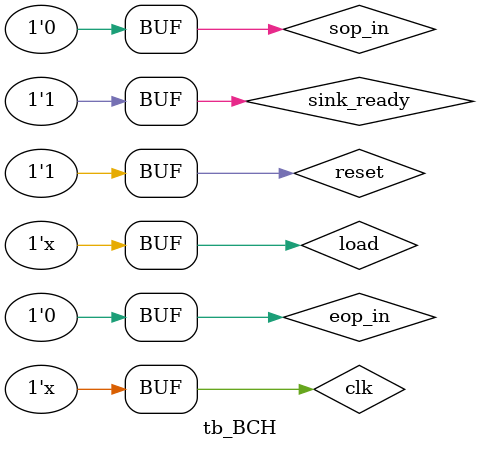
<source format=sv>
`timescale 1 ps / 1 ps
module tb_BCH;


            logic       clk;       // clk.clk
		    logic       load;       //  in.valid
			logic      ready;     //    .ready
			logic        sop_in;     //    .startofpacket
			logic        eop_in;     //    .endofpacket
			logic  [7:0] data_in;    //    .data_in
			logic        valid_out;  // out.valid
			logic        sink_ready; //    .ready
			logic        sop_out;    //    .startofpacket
			logic        eop_out;    //    .endofpacket
			logic  [7:0] data_out;   //    .data_out
			logic        reset;       // rst.reset


            BCH_204_128_10_enc DUT (
                .clk        (clk),        // clk.clk
                .reset      (reset),      // rst.reset
                .load       (load),       //  in.valid
                .ready      (ready),      //    .ready
                .sop_in     (sop_in),     //    .startofpacket
                .eop_in     (eop_in),     //    .endofpacket
                .data_in    (data_in),    //    .data_in
                .valid_out  (valid_out),  // out.valid
                .sink_ready (sink_ready), //    .ready
                .sop_out    (sop_out),    //    .startofpacket
                .eop_out    (eop_out),    //    .endofpacket
                .data_out   (data_out)    //    .data_out
            );
            /*
            input  wire       sop_in,     //    .startofpacket
            input  wire       eop_in,     //    .endofpacket
            input  wire [7:0] data_in,    //    .data_in
            input  wire       load,       //  in.valid
            input  wire       sink_ready, //    .ready
            input  wire       reset       // rst.reset
            */
        always begin 
        #20    clk = ~clk;
        end
always begin 
        #20    load = ~load;
        end
            initial begin
assert(std::randomize(data_in));
                clk = 1'b0;
                reset =1'b1;
                sop_in =1'b0;
                eop_in =1'b0;
                load =1'b0;
                sink_ready =1'b1;
                #20
                sop_in =1'b1;
                #40
                sop_in =1'b0;
		#320
                eop_in =1'b1;
                #20
                eop_in =1'b0;
            end
endmodule
                

</source>
